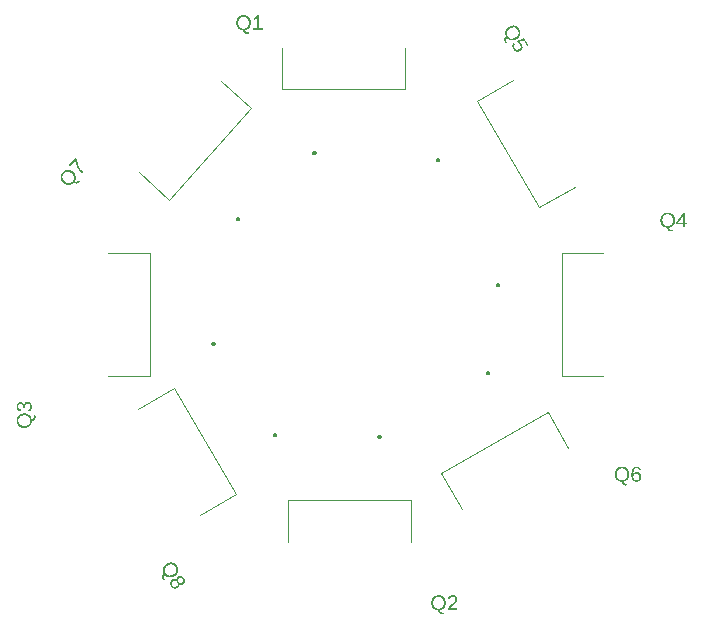
<source format=gbr>
G04 EAGLE Gerber RS-274X export*
G75*
%MOMM*%
%FSLAX34Y34*%
%LPD*%
%INSilkscreen Top*%
%IPPOS*%
%AMOC8*
5,1,8,0,0,1.08239X$1,22.5*%
G01*
G04 Define Apertures*
%ADD10C,0.100000*%
%ADD11C,0.200000*%
G36*
X-86960Y218310D02*
X-87283Y218322D01*
X-87592Y218357D01*
X-87886Y218416D01*
X-88165Y218498D01*
X-88430Y218603D01*
X-88680Y218732D01*
X-88915Y218884D01*
X-89136Y219059D01*
X-89345Y219262D01*
X-89544Y219496D01*
X-89733Y219762D01*
X-89912Y220059D01*
X-90082Y220387D01*
X-90242Y220747D01*
X-90393Y221138D01*
X-90533Y221560D01*
X-90959Y221593D01*
X-91370Y221648D01*
X-91767Y221725D01*
X-92148Y221824D01*
X-92514Y221945D01*
X-92866Y222088D01*
X-93203Y222253D01*
X-93524Y222440D01*
X-93829Y222648D01*
X-94115Y222875D01*
X-94383Y223122D01*
X-94632Y223388D01*
X-94863Y223674D01*
X-95074Y223979D01*
X-95268Y224303D01*
X-95442Y224647D01*
X-95597Y225008D01*
X-95732Y225383D01*
X-95845Y225772D01*
X-95938Y226175D01*
X-96011Y226592D01*
X-96062Y227023D01*
X-96093Y227468D01*
X-96104Y227927D01*
X-96097Y228292D01*
X-96078Y228647D01*
X-96047Y228992D01*
X-96002Y229327D01*
X-95945Y229651D01*
X-95876Y229966D01*
X-95793Y230270D01*
X-95698Y230565D01*
X-95591Y230849D01*
X-95471Y231123D01*
X-95338Y231387D01*
X-95192Y231641D01*
X-94863Y232119D01*
X-94483Y232556D01*
X-94058Y232947D01*
X-93831Y233123D01*
X-93594Y233286D01*
X-93347Y233436D01*
X-93089Y233573D01*
X-92822Y233697D01*
X-92545Y233808D01*
X-92259Y233905D01*
X-91962Y233990D01*
X-91655Y234062D01*
X-91338Y234120D01*
X-91012Y234166D01*
X-90675Y234199D01*
X-90329Y234218D01*
X-89973Y234225D01*
X-89510Y234213D01*
X-89062Y234178D01*
X-88630Y234119D01*
X-88214Y234038D01*
X-87814Y233932D01*
X-87429Y233803D01*
X-87059Y233651D01*
X-86706Y233476D01*
X-86370Y233278D01*
X-86055Y233059D01*
X-85760Y232819D01*
X-85485Y232557D01*
X-85231Y232275D01*
X-84997Y231971D01*
X-84784Y231646D01*
X-84590Y231299D01*
X-84419Y230934D01*
X-84271Y230553D01*
X-84145Y230156D01*
X-84042Y229743D01*
X-83962Y229313D01*
X-83905Y228867D01*
X-83871Y228405D01*
X-83859Y227927D01*
X-83880Y227289D01*
X-83941Y226680D01*
X-84044Y226100D01*
X-84188Y225549D01*
X-84372Y225027D01*
X-84598Y224534D01*
X-84865Y224071D01*
X-85173Y223636D01*
X-85517Y223237D01*
X-85894Y222881D01*
X-86302Y222568D01*
X-86743Y222298D01*
X-87215Y222071D01*
X-87720Y221887D01*
X-88257Y221746D01*
X-88825Y221647D01*
X-88632Y221134D01*
X-88410Y220697D01*
X-88289Y220508D01*
X-88161Y220337D01*
X-88026Y220186D01*
X-87884Y220053D01*
X-87733Y219938D01*
X-87573Y219839D01*
X-87403Y219755D01*
X-87224Y219686D01*
X-87034Y219632D01*
X-86835Y219594D01*
X-86626Y219571D01*
X-86408Y219563D01*
X-86164Y219570D01*
X-85915Y219591D01*
X-85401Y219677D01*
X-85401Y218503D01*
X-85804Y218419D01*
X-86198Y218359D01*
X-86583Y218323D01*
X-86960Y218310D01*
G37*
%LPC*%
G36*
X-89990Y222882D02*
X-89471Y222903D01*
X-88984Y222965D01*
X-88527Y223068D01*
X-88102Y223212D01*
X-87707Y223397D01*
X-87344Y223624D01*
X-87011Y223892D01*
X-86710Y224201D01*
X-86442Y224547D01*
X-86210Y224928D01*
X-86014Y225343D01*
X-85853Y225791D01*
X-85728Y226274D01*
X-85638Y226791D01*
X-85585Y227342D01*
X-85567Y227927D01*
X-85585Y228488D01*
X-85639Y229017D01*
X-85729Y229516D01*
X-85855Y229983D01*
X-86017Y230420D01*
X-86215Y230826D01*
X-86449Y231201D01*
X-86719Y231545D01*
X-87022Y231853D01*
X-87354Y232119D01*
X-87716Y232345D01*
X-88108Y232530D01*
X-88530Y232674D01*
X-88981Y232776D01*
X-89462Y232838D01*
X-89973Y232858D01*
X-90487Y232838D01*
X-90972Y232777D01*
X-91427Y232676D01*
X-91851Y232534D01*
X-92246Y232352D01*
X-92610Y232129D01*
X-92944Y231866D01*
X-93248Y231562D01*
X-93519Y231222D01*
X-93754Y230849D01*
X-93953Y230443D01*
X-94115Y230005D01*
X-94242Y229535D01*
X-94332Y229031D01*
X-94386Y228496D01*
X-94404Y227927D01*
X-94386Y227362D01*
X-94331Y226827D01*
X-94240Y226321D01*
X-94112Y225846D01*
X-93948Y225401D01*
X-93747Y224985D01*
X-93509Y224600D01*
X-93235Y224244D01*
X-92929Y223925D01*
X-92594Y223649D01*
X-92231Y223414D01*
X-91839Y223223D01*
X-91419Y223074D01*
X-90971Y222968D01*
X-90495Y222904D01*
X-89990Y222882D01*
G37*
%LPD*%
G36*
X-73916Y221700D02*
X-81649Y221700D01*
X-81649Y223040D01*
X-78505Y223040D01*
X-78505Y232534D01*
X-81290Y230546D01*
X-81290Y232035D01*
X-78374Y234041D01*
X-76920Y234041D01*
X-76920Y223040D01*
X-73916Y223040D01*
X-73916Y221700D01*
G37*
G36*
X78040Y-272790D02*
X77717Y-272778D01*
X77408Y-272743D01*
X77114Y-272684D01*
X76835Y-272602D01*
X76570Y-272497D01*
X76320Y-272368D01*
X76085Y-272216D01*
X75864Y-272041D01*
X75655Y-271838D01*
X75456Y-271604D01*
X75267Y-271338D01*
X75088Y-271041D01*
X74918Y-270713D01*
X74758Y-270353D01*
X74608Y-269962D01*
X74467Y-269540D01*
X74041Y-269507D01*
X73630Y-269452D01*
X73233Y-269375D01*
X72852Y-269276D01*
X72486Y-269155D01*
X72134Y-269012D01*
X71798Y-268847D01*
X71476Y-268660D01*
X71171Y-268452D01*
X70885Y-268225D01*
X70617Y-267978D01*
X70368Y-267712D01*
X70137Y-267426D01*
X69926Y-267121D01*
X69732Y-266797D01*
X69558Y-266453D01*
X69403Y-266092D01*
X69268Y-265717D01*
X69155Y-265328D01*
X69062Y-264926D01*
X68989Y-264508D01*
X68938Y-264077D01*
X68907Y-263632D01*
X68896Y-263173D01*
X68903Y-262808D01*
X68922Y-262453D01*
X68953Y-262108D01*
X68998Y-261773D01*
X69055Y-261449D01*
X69124Y-261134D01*
X69207Y-260830D01*
X69302Y-260535D01*
X69409Y-260251D01*
X69529Y-259977D01*
X69662Y-259713D01*
X69808Y-259459D01*
X70137Y-258981D01*
X70517Y-258544D01*
X70942Y-258153D01*
X71169Y-257977D01*
X71406Y-257814D01*
X71654Y-257664D01*
X71911Y-257527D01*
X72178Y-257403D01*
X72455Y-257292D01*
X72741Y-257195D01*
X73038Y-257110D01*
X73345Y-257038D01*
X73662Y-256980D01*
X73988Y-256934D01*
X74325Y-256901D01*
X74671Y-256882D01*
X75027Y-256875D01*
X75490Y-256887D01*
X75938Y-256922D01*
X76370Y-256981D01*
X76786Y-257063D01*
X77186Y-257168D01*
X77571Y-257297D01*
X77941Y-257449D01*
X78294Y-257624D01*
X78630Y-257822D01*
X78946Y-258041D01*
X79241Y-258281D01*
X79515Y-258543D01*
X79769Y-258825D01*
X80003Y-259129D01*
X80217Y-259454D01*
X80410Y-259801D01*
X80581Y-260166D01*
X80730Y-260547D01*
X80855Y-260944D01*
X80958Y-261357D01*
X81038Y-261787D01*
X81095Y-262233D01*
X81129Y-262695D01*
X81141Y-263173D01*
X81120Y-263811D01*
X81059Y-264420D01*
X80956Y-265000D01*
X80812Y-265551D01*
X80628Y-266073D01*
X80402Y-266566D01*
X80135Y-267029D01*
X79827Y-267464D01*
X79483Y-267863D01*
X79106Y-268219D01*
X78698Y-268532D01*
X78257Y-268802D01*
X77785Y-269029D01*
X77280Y-269213D01*
X76743Y-269354D01*
X76175Y-269453D01*
X76368Y-269966D01*
X76590Y-270403D01*
X76711Y-270593D01*
X76839Y-270763D01*
X76974Y-270914D01*
X77116Y-271047D01*
X77267Y-271162D01*
X77427Y-271261D01*
X77597Y-271345D01*
X77777Y-271414D01*
X77966Y-271468D01*
X78165Y-271506D01*
X78374Y-271529D01*
X78592Y-271537D01*
X78836Y-271530D01*
X79085Y-271509D01*
X79599Y-271423D01*
X79599Y-272597D01*
X79197Y-272681D01*
X78802Y-272741D01*
X78417Y-272778D01*
X78040Y-272790D01*
G37*
%LPC*%
G36*
X75010Y-268218D02*
X75529Y-268197D01*
X76016Y-268135D01*
X76473Y-268032D01*
X76898Y-267888D01*
X77293Y-267703D01*
X77656Y-267476D01*
X77989Y-267208D01*
X78290Y-266899D01*
X78558Y-266553D01*
X78790Y-266172D01*
X78987Y-265758D01*
X79147Y-265309D01*
X79272Y-264826D01*
X79362Y-264309D01*
X79415Y-263758D01*
X79433Y-263173D01*
X79415Y-262612D01*
X79361Y-262083D01*
X79271Y-261584D01*
X79145Y-261117D01*
X78983Y-260680D01*
X78785Y-260274D01*
X78551Y-259899D01*
X78281Y-259555D01*
X77978Y-259248D01*
X77646Y-258981D01*
X77284Y-258755D01*
X76892Y-258570D01*
X76470Y-258426D01*
X76019Y-258324D01*
X75538Y-258262D01*
X75027Y-258242D01*
X74513Y-258262D01*
X74028Y-258323D01*
X73573Y-258424D01*
X73149Y-258566D01*
X72754Y-258748D01*
X72390Y-258971D01*
X72056Y-259234D01*
X71752Y-259538D01*
X71481Y-259878D01*
X71246Y-260251D01*
X71047Y-260657D01*
X70885Y-261095D01*
X70758Y-261565D01*
X70668Y-262069D01*
X70614Y-262604D01*
X70596Y-263173D01*
X70614Y-263738D01*
X70669Y-264273D01*
X70760Y-264779D01*
X70888Y-265254D01*
X71052Y-265699D01*
X71253Y-266115D01*
X71491Y-266500D01*
X71765Y-266856D01*
X72071Y-267175D01*
X72406Y-267452D01*
X72769Y-267686D01*
X73161Y-267877D01*
X73581Y-268026D01*
X74029Y-268133D01*
X74505Y-268196D01*
X75010Y-268218D01*
G37*
%LPD*%
G36*
X91058Y-269400D02*
X82887Y-269400D01*
X82887Y-268288D01*
X83122Y-267790D01*
X83382Y-267323D01*
X83667Y-266886D01*
X83977Y-266479D01*
X84303Y-266096D01*
X84637Y-265732D01*
X84980Y-265387D01*
X85330Y-265060D01*
X86036Y-264448D01*
X86736Y-263882D01*
X87398Y-263339D01*
X87993Y-262796D01*
X88260Y-262521D01*
X88500Y-262240D01*
X88713Y-261952D01*
X88899Y-261657D01*
X89051Y-261350D01*
X89159Y-261022D01*
X89224Y-260675D01*
X89245Y-260309D01*
X89236Y-260062D01*
X89208Y-259829D01*
X89161Y-259611D01*
X89096Y-259407D01*
X89013Y-259217D01*
X88910Y-259041D01*
X88789Y-258879D01*
X88650Y-258732D01*
X88493Y-258601D01*
X88323Y-258487D01*
X88138Y-258391D01*
X87938Y-258312D01*
X87724Y-258250D01*
X87495Y-258207D01*
X87252Y-258180D01*
X86994Y-258172D01*
X86748Y-258180D01*
X86513Y-258206D01*
X86289Y-258249D01*
X86076Y-258308D01*
X85874Y-258385D01*
X85683Y-258479D01*
X85503Y-258591D01*
X85335Y-258719D01*
X85180Y-258863D01*
X85042Y-259020D01*
X84921Y-259192D01*
X84817Y-259377D01*
X84729Y-259576D01*
X84659Y-259789D01*
X84605Y-260016D01*
X84568Y-260256D01*
X82957Y-260107D01*
X83015Y-259747D01*
X83101Y-259405D01*
X83215Y-259082D01*
X83358Y-258778D01*
X83530Y-258493D01*
X83729Y-258227D01*
X83957Y-257980D01*
X84213Y-257751D01*
X84493Y-257546D01*
X84793Y-257368D01*
X85112Y-257217D01*
X85449Y-257094D01*
X85807Y-256998D01*
X86183Y-256930D01*
X86579Y-256889D01*
X86994Y-256875D01*
X87447Y-256889D01*
X87873Y-256930D01*
X88272Y-256999D01*
X88644Y-257095D01*
X88989Y-257219D01*
X89307Y-257370D01*
X89598Y-257549D01*
X89863Y-257756D01*
X90098Y-257987D01*
X90301Y-258242D01*
X90474Y-258520D01*
X90615Y-258821D01*
X90725Y-259145D01*
X90803Y-259492D01*
X90850Y-259863D01*
X90866Y-260256D01*
X90845Y-260615D01*
X90783Y-260972D01*
X90681Y-261328D01*
X90537Y-261684D01*
X90353Y-262038D01*
X90129Y-262393D01*
X89865Y-262748D01*
X89561Y-263103D01*
X89163Y-263506D01*
X88617Y-264007D01*
X87923Y-264605D01*
X87082Y-265301D01*
X86604Y-265703D01*
X86178Y-266084D01*
X85803Y-266445D01*
X85479Y-266786D01*
X85202Y-267113D01*
X84967Y-267435D01*
X84773Y-267750D01*
X84621Y-268060D01*
X91058Y-268060D01*
X91058Y-269400D01*
G37*
G36*
X-275737Y-115154D02*
X-276102Y-115147D01*
X-276457Y-115128D01*
X-276802Y-115097D01*
X-277137Y-115052D01*
X-277461Y-114995D01*
X-277776Y-114926D01*
X-278080Y-114843D01*
X-278375Y-114748D01*
X-278659Y-114641D01*
X-278933Y-114521D01*
X-279197Y-114388D01*
X-279451Y-114242D01*
X-279929Y-113913D01*
X-280366Y-113533D01*
X-280757Y-113108D01*
X-280933Y-112881D01*
X-281096Y-112644D01*
X-281246Y-112397D01*
X-281383Y-112139D01*
X-281507Y-111872D01*
X-281618Y-111595D01*
X-281715Y-111309D01*
X-281800Y-111012D01*
X-281872Y-110705D01*
X-281930Y-110388D01*
X-281976Y-110062D01*
X-282009Y-109725D01*
X-282028Y-109379D01*
X-282035Y-109023D01*
X-282023Y-108560D01*
X-281988Y-108112D01*
X-281929Y-107680D01*
X-281848Y-107264D01*
X-281742Y-106864D01*
X-281613Y-106479D01*
X-281461Y-106109D01*
X-281286Y-105756D01*
X-281088Y-105420D01*
X-280869Y-105105D01*
X-280629Y-104810D01*
X-280367Y-104535D01*
X-280085Y-104281D01*
X-279781Y-104047D01*
X-279456Y-103834D01*
X-279109Y-103640D01*
X-278744Y-103469D01*
X-278363Y-103321D01*
X-277966Y-103195D01*
X-277553Y-103092D01*
X-277123Y-103012D01*
X-276677Y-102955D01*
X-276215Y-102921D01*
X-275737Y-102909D01*
X-275099Y-102930D01*
X-274490Y-102991D01*
X-273910Y-103094D01*
X-273359Y-103238D01*
X-272837Y-103422D01*
X-272344Y-103648D01*
X-271881Y-103915D01*
X-271446Y-104223D01*
X-271047Y-104567D01*
X-270691Y-104944D01*
X-270378Y-105352D01*
X-270108Y-105793D01*
X-269881Y-106265D01*
X-269697Y-106770D01*
X-269556Y-107307D01*
X-269457Y-107875D01*
X-268944Y-107682D01*
X-268507Y-107460D01*
X-268318Y-107339D01*
X-268147Y-107211D01*
X-267996Y-107076D01*
X-267863Y-106934D01*
X-267748Y-106783D01*
X-267649Y-106623D01*
X-267565Y-106453D01*
X-267496Y-106274D01*
X-267442Y-106084D01*
X-267404Y-105885D01*
X-267381Y-105676D01*
X-267373Y-105458D01*
X-267380Y-105214D01*
X-267401Y-104965D01*
X-267487Y-104451D01*
X-266313Y-104451D01*
X-266229Y-104854D01*
X-266169Y-105248D01*
X-266133Y-105633D01*
X-266120Y-106010D01*
X-266132Y-106333D01*
X-266167Y-106642D01*
X-266226Y-106936D01*
X-266308Y-107215D01*
X-266413Y-107480D01*
X-266542Y-107730D01*
X-266694Y-107965D01*
X-266869Y-108186D01*
X-267072Y-108395D01*
X-267306Y-108594D01*
X-267572Y-108783D01*
X-267869Y-108962D01*
X-268197Y-109132D01*
X-268557Y-109292D01*
X-268948Y-109443D01*
X-269370Y-109583D01*
X-269403Y-110009D01*
X-269458Y-110420D01*
X-269535Y-110817D01*
X-269634Y-111198D01*
X-269755Y-111564D01*
X-269898Y-111916D01*
X-270063Y-112253D01*
X-270250Y-112574D01*
X-270458Y-112879D01*
X-270685Y-113165D01*
X-270932Y-113433D01*
X-271198Y-113682D01*
X-271484Y-113913D01*
X-271789Y-114124D01*
X-272113Y-114318D01*
X-272457Y-114492D01*
X-272818Y-114647D01*
X-273193Y-114782D01*
X-273582Y-114895D01*
X-273985Y-114988D01*
X-274402Y-115061D01*
X-274833Y-115112D01*
X-275278Y-115143D01*
X-275737Y-115154D01*
G37*
%LPC*%
G36*
X-275737Y-113454D02*
X-275172Y-113436D01*
X-274637Y-113381D01*
X-274131Y-113290D01*
X-273656Y-113162D01*
X-273211Y-112998D01*
X-272795Y-112797D01*
X-272410Y-112559D01*
X-272054Y-112285D01*
X-271735Y-111979D01*
X-271459Y-111644D01*
X-271224Y-111281D01*
X-271033Y-110889D01*
X-270884Y-110469D01*
X-270778Y-110021D01*
X-270714Y-109545D01*
X-270692Y-109040D01*
X-270713Y-108521D01*
X-270775Y-108034D01*
X-270878Y-107577D01*
X-271022Y-107152D01*
X-271207Y-106757D01*
X-271434Y-106394D01*
X-271702Y-106061D01*
X-272011Y-105760D01*
X-272357Y-105492D01*
X-272738Y-105260D01*
X-273153Y-105064D01*
X-273601Y-104903D01*
X-274084Y-104778D01*
X-274601Y-104688D01*
X-275152Y-104635D01*
X-275737Y-104617D01*
X-276298Y-104635D01*
X-276827Y-104689D01*
X-277326Y-104779D01*
X-277793Y-104905D01*
X-278230Y-105067D01*
X-278636Y-105265D01*
X-279011Y-105499D01*
X-279355Y-105769D01*
X-279663Y-106072D01*
X-279929Y-106404D01*
X-280155Y-106766D01*
X-280340Y-107158D01*
X-280484Y-107580D01*
X-280586Y-108031D01*
X-280648Y-108512D01*
X-280668Y-109023D01*
X-280648Y-109537D01*
X-280587Y-110022D01*
X-280486Y-110477D01*
X-280344Y-110901D01*
X-280162Y-111296D01*
X-279939Y-111660D01*
X-279676Y-111994D01*
X-279372Y-112298D01*
X-279032Y-112569D01*
X-278659Y-112804D01*
X-278253Y-113003D01*
X-277815Y-113165D01*
X-277345Y-113292D01*
X-276841Y-113382D01*
X-276306Y-113436D01*
X-275737Y-113454D01*
G37*
%LPD*%
G36*
X-272681Y-101382D02*
X-272829Y-99753D01*
X-272564Y-99706D01*
X-272316Y-99642D01*
X-272085Y-99563D01*
X-271872Y-99467D01*
X-271675Y-99355D01*
X-271495Y-99227D01*
X-271333Y-99084D01*
X-271187Y-98924D01*
X-271059Y-98747D01*
X-270948Y-98555D01*
X-270854Y-98347D01*
X-270777Y-98123D01*
X-270717Y-97882D01*
X-270674Y-97626D01*
X-270648Y-97353D01*
X-270640Y-97065D01*
X-270649Y-96775D01*
X-270677Y-96501D01*
X-270722Y-96243D01*
X-270787Y-96001D01*
X-270869Y-95776D01*
X-270970Y-95566D01*
X-271089Y-95372D01*
X-271227Y-95195D01*
X-271382Y-95035D01*
X-271556Y-94898D01*
X-271747Y-94781D01*
X-271956Y-94685D01*
X-272183Y-94611D01*
X-272427Y-94558D01*
X-272689Y-94526D01*
X-272970Y-94516D01*
X-273215Y-94528D01*
X-273446Y-94564D01*
X-273663Y-94625D01*
X-273866Y-94710D01*
X-274056Y-94819D01*
X-274232Y-94952D01*
X-274394Y-95109D01*
X-274542Y-95291D01*
X-274674Y-95495D01*
X-274789Y-95721D01*
X-274886Y-95969D01*
X-274965Y-96238D01*
X-275027Y-96528D01*
X-275071Y-96840D01*
X-275098Y-97174D01*
X-275107Y-97529D01*
X-275107Y-98422D01*
X-276473Y-98422D01*
X-276473Y-97564D01*
X-276482Y-97249D01*
X-276508Y-96952D01*
X-276552Y-96673D01*
X-276614Y-96413D01*
X-276694Y-96171D01*
X-276791Y-95947D01*
X-276906Y-95741D01*
X-277038Y-95554D01*
X-277186Y-95386D01*
X-277348Y-95241D01*
X-277523Y-95119D01*
X-277711Y-95018D01*
X-277913Y-94940D01*
X-278129Y-94884D01*
X-278359Y-94851D01*
X-278601Y-94840D01*
X-278842Y-94849D01*
X-279070Y-94876D01*
X-279285Y-94922D01*
X-279487Y-94985D01*
X-279676Y-95067D01*
X-279852Y-95167D01*
X-280015Y-95286D01*
X-280165Y-95422D01*
X-280299Y-95577D01*
X-280416Y-95749D01*
X-280514Y-95939D01*
X-280595Y-96146D01*
X-280658Y-96371D01*
X-280703Y-96614D01*
X-280729Y-96874D01*
X-280738Y-97152D01*
X-280730Y-97406D01*
X-280705Y-97648D01*
X-280663Y-97878D01*
X-280605Y-98095D01*
X-280530Y-98299D01*
X-280438Y-98491D01*
X-280329Y-98671D01*
X-280204Y-98838D01*
X-280064Y-98991D01*
X-279910Y-99126D01*
X-279742Y-99245D01*
X-279560Y-99347D01*
X-279365Y-99432D01*
X-279156Y-99501D01*
X-278934Y-99552D01*
X-278698Y-99587D01*
X-278820Y-101172D01*
X-279189Y-101114D01*
X-279536Y-101028D01*
X-279863Y-100913D01*
X-280169Y-100770D01*
X-280454Y-100599D01*
X-280719Y-100400D01*
X-280962Y-100172D01*
X-281185Y-99915D01*
X-281384Y-99635D01*
X-281557Y-99336D01*
X-281703Y-99017D01*
X-281822Y-98679D01*
X-281915Y-98322D01*
X-281982Y-97946D01*
X-282021Y-97550D01*
X-282035Y-97135D01*
X-282021Y-96683D01*
X-281981Y-96258D01*
X-281913Y-95858D01*
X-281819Y-95485D01*
X-281698Y-95137D01*
X-281549Y-94815D01*
X-281374Y-94519D01*
X-281172Y-94249D01*
X-280946Y-94007D01*
X-280698Y-93798D01*
X-280430Y-93622D01*
X-280140Y-93477D01*
X-279828Y-93364D01*
X-279496Y-93284D01*
X-279143Y-93236D01*
X-278768Y-93220D01*
X-278479Y-93230D01*
X-278204Y-93261D01*
X-277943Y-93313D01*
X-277696Y-93385D01*
X-277463Y-93478D01*
X-277243Y-93591D01*
X-277037Y-93726D01*
X-276845Y-93881D01*
X-276668Y-94055D01*
X-276505Y-94249D01*
X-276357Y-94461D01*
X-276225Y-94692D01*
X-276107Y-94942D01*
X-276004Y-95210D01*
X-275916Y-95497D01*
X-275842Y-95803D01*
X-275807Y-95803D01*
X-275760Y-95467D01*
X-275694Y-95150D01*
X-275607Y-94852D01*
X-275501Y-94573D01*
X-275375Y-94313D01*
X-275229Y-94072D01*
X-275064Y-93851D01*
X-274879Y-93649D01*
X-274678Y-93468D01*
X-274464Y-93311D01*
X-274238Y-93179D01*
X-273999Y-93071D01*
X-273747Y-92986D01*
X-273483Y-92926D01*
X-273206Y-92890D01*
X-272917Y-92878D01*
X-272502Y-92895D01*
X-272111Y-92946D01*
X-271745Y-93031D01*
X-271402Y-93149D01*
X-271083Y-93302D01*
X-270789Y-93489D01*
X-270518Y-93709D01*
X-270272Y-93964D01*
X-270052Y-94250D01*
X-269862Y-94565D01*
X-269701Y-94909D01*
X-269569Y-95282D01*
X-269467Y-95684D01*
X-269393Y-96115D01*
X-269350Y-96575D01*
X-269335Y-97065D01*
X-269348Y-97521D01*
X-269388Y-97954D01*
X-269454Y-98364D01*
X-269546Y-98749D01*
X-269665Y-99111D01*
X-269810Y-99450D01*
X-269982Y-99765D01*
X-270180Y-100056D01*
X-270404Y-100321D01*
X-270653Y-100557D01*
X-270928Y-100766D01*
X-271228Y-100946D01*
X-271553Y-101097D01*
X-271904Y-101221D01*
X-272279Y-101316D01*
X-272681Y-101382D01*
G37*
G36*
X272090Y51120D02*
X271767Y51132D01*
X271458Y51167D01*
X271164Y51226D01*
X270885Y51308D01*
X270620Y51413D01*
X270370Y51542D01*
X270135Y51694D01*
X269914Y51869D01*
X269705Y52072D01*
X269506Y52306D01*
X269317Y52572D01*
X269138Y52869D01*
X268968Y53197D01*
X268808Y53557D01*
X268658Y53948D01*
X268517Y54370D01*
X268091Y54403D01*
X267680Y54458D01*
X267283Y54535D01*
X266902Y54634D01*
X266536Y54755D01*
X266184Y54898D01*
X265848Y55063D01*
X265526Y55250D01*
X265221Y55458D01*
X264935Y55685D01*
X264667Y55932D01*
X264418Y56198D01*
X264187Y56484D01*
X263976Y56789D01*
X263782Y57113D01*
X263608Y57457D01*
X263453Y57818D01*
X263318Y58193D01*
X263205Y58582D01*
X263112Y58985D01*
X263039Y59402D01*
X262988Y59833D01*
X262957Y60278D01*
X262946Y60737D01*
X262953Y61102D01*
X262972Y61457D01*
X263003Y61802D01*
X263048Y62137D01*
X263105Y62461D01*
X263174Y62776D01*
X263257Y63080D01*
X263352Y63375D01*
X263459Y63659D01*
X263579Y63933D01*
X263712Y64197D01*
X263858Y64451D01*
X264187Y64929D01*
X264567Y65366D01*
X264992Y65757D01*
X265219Y65933D01*
X265456Y66096D01*
X265704Y66246D01*
X265961Y66383D01*
X266228Y66507D01*
X266505Y66618D01*
X266791Y66715D01*
X267088Y66800D01*
X267395Y66872D01*
X267712Y66930D01*
X268038Y66976D01*
X268375Y67009D01*
X268721Y67028D01*
X269077Y67035D01*
X269540Y67023D01*
X269988Y66988D01*
X270420Y66929D01*
X270836Y66848D01*
X271236Y66742D01*
X271621Y66613D01*
X271991Y66461D01*
X272344Y66286D01*
X272680Y66088D01*
X272996Y65869D01*
X273291Y65629D01*
X273565Y65367D01*
X273819Y65085D01*
X274053Y64781D01*
X274267Y64456D01*
X274460Y64109D01*
X274631Y63744D01*
X274780Y63363D01*
X274905Y62966D01*
X275008Y62553D01*
X275088Y62123D01*
X275145Y61677D01*
X275179Y61215D01*
X275191Y60737D01*
X275170Y60099D01*
X275109Y59490D01*
X275006Y58910D01*
X274862Y58359D01*
X274678Y57837D01*
X274452Y57344D01*
X274185Y56881D01*
X273877Y56446D01*
X273533Y56047D01*
X273156Y55691D01*
X272748Y55378D01*
X272307Y55108D01*
X271835Y54881D01*
X271330Y54697D01*
X270793Y54556D01*
X270225Y54457D01*
X270418Y53944D01*
X270640Y53507D01*
X270761Y53318D01*
X270889Y53147D01*
X271024Y52996D01*
X271166Y52863D01*
X271317Y52748D01*
X271477Y52649D01*
X271647Y52565D01*
X271827Y52496D01*
X272016Y52442D01*
X272215Y52404D01*
X272424Y52381D01*
X272642Y52373D01*
X272886Y52380D01*
X273135Y52401D01*
X273649Y52487D01*
X273649Y51313D01*
X273247Y51229D01*
X272852Y51169D01*
X272467Y51133D01*
X272090Y51120D01*
G37*
%LPC*%
G36*
X269060Y55692D02*
X269579Y55713D01*
X270066Y55775D01*
X270523Y55878D01*
X270948Y56022D01*
X271343Y56207D01*
X271706Y56434D01*
X272039Y56702D01*
X272340Y57011D01*
X272608Y57357D01*
X272840Y57738D01*
X273037Y58153D01*
X273197Y58601D01*
X273322Y59084D01*
X273412Y59601D01*
X273465Y60152D01*
X273483Y60737D01*
X273465Y61298D01*
X273411Y61827D01*
X273321Y62326D01*
X273195Y62793D01*
X273033Y63230D01*
X272835Y63636D01*
X272601Y64011D01*
X272331Y64355D01*
X272028Y64663D01*
X271696Y64929D01*
X271334Y65155D01*
X270942Y65340D01*
X270520Y65484D01*
X270069Y65586D01*
X269588Y65648D01*
X269077Y65668D01*
X268563Y65648D01*
X268078Y65587D01*
X267623Y65486D01*
X267199Y65344D01*
X266804Y65162D01*
X266440Y64939D01*
X266106Y64676D01*
X265802Y64372D01*
X265531Y64032D01*
X265296Y63659D01*
X265097Y63253D01*
X264935Y62815D01*
X264808Y62345D01*
X264718Y61841D01*
X264664Y61306D01*
X264646Y60737D01*
X264664Y60172D01*
X264719Y59637D01*
X264810Y59131D01*
X264938Y58656D01*
X265102Y58211D01*
X265303Y57795D01*
X265541Y57410D01*
X265815Y57054D01*
X266121Y56735D01*
X266456Y56459D01*
X266819Y56224D01*
X267211Y56033D01*
X267631Y55884D01*
X268079Y55778D01*
X268555Y55714D01*
X269060Y55692D01*
G37*
%LPD*%
G36*
X283751Y54510D02*
X282262Y54510D01*
X282262Y57304D01*
X276446Y57304D01*
X276446Y58530D01*
X282095Y66851D01*
X283751Y66851D01*
X283751Y58548D01*
X285485Y58548D01*
X285485Y57304D01*
X283751Y57304D01*
X283751Y54510D01*
G37*
%LPC*%
G36*
X282262Y58548D02*
X282262Y65073D01*
X282016Y64609D01*
X281675Y64031D01*
X278513Y59371D01*
X278040Y58723D01*
X277900Y58548D01*
X282262Y58548D01*
G37*
%LPD*%
G36*
X132123Y210499D02*
X131848Y210805D01*
X131599Y211117D01*
X131375Y211432D01*
X131176Y211752D01*
X131025Y212038D01*
X130901Y212323D01*
X130804Y212607D01*
X130736Y212890D01*
X130694Y213172D01*
X130681Y213453D01*
X130695Y213733D01*
X130736Y214012D01*
X130808Y214294D01*
X130911Y214583D01*
X131047Y214880D01*
X131214Y215184D01*
X131413Y215495D01*
X131645Y215813D01*
X131908Y216139D01*
X132203Y216472D01*
X132019Y216857D01*
X131861Y217241D01*
X131729Y217622D01*
X131624Y218002D01*
X131546Y218380D01*
X131494Y218756D01*
X131469Y219130D01*
X131470Y219502D01*
X131498Y219870D01*
X131551Y220232D01*
X131631Y220587D01*
X131737Y220936D01*
X131869Y221278D01*
X132028Y221614D01*
X132212Y221944D01*
X132423Y222267D01*
X132657Y222581D01*
X132915Y222885D01*
X133195Y223178D01*
X133497Y223460D01*
X133822Y223731D01*
X134170Y223992D01*
X134540Y224241D01*
X134933Y224480D01*
X135252Y224657D01*
X135569Y224818D01*
X135883Y224963D01*
X136195Y225092D01*
X136505Y225205D01*
X136812Y225302D01*
X137117Y225383D01*
X137419Y225448D01*
X137719Y225496D01*
X138017Y225529D01*
X138312Y225546D01*
X138605Y225547D01*
X139183Y225501D01*
X139751Y225391D01*
X140303Y225218D01*
X140569Y225109D01*
X140828Y224985D01*
X141082Y224846D01*
X141329Y224692D01*
X141570Y224523D01*
X141804Y224338D01*
X142032Y224139D01*
X142254Y223924D01*
X142469Y223694D01*
X142679Y223449D01*
X142881Y223189D01*
X143078Y222914D01*
X143268Y222624D01*
X143452Y222319D01*
X143673Y221912D01*
X143866Y221507D01*
X144032Y221104D01*
X144169Y220702D01*
X144278Y220303D01*
X144359Y219905D01*
X144412Y219509D01*
X144437Y219115D01*
X144433Y218725D01*
X144401Y218343D01*
X144341Y217967D01*
X144252Y217599D01*
X144134Y217237D01*
X143988Y216883D01*
X143813Y216535D01*
X143609Y216195D01*
X143379Y215864D01*
X143123Y215545D01*
X142842Y215237D01*
X142535Y214942D01*
X142203Y214658D01*
X141846Y214385D01*
X141463Y214125D01*
X141055Y213876D01*
X140492Y213574D01*
X139934Y213323D01*
X139380Y213122D01*
X138831Y212971D01*
X138287Y212870D01*
X137747Y212819D01*
X137212Y212818D01*
X136681Y212868D01*
X136164Y212966D01*
X135667Y213114D01*
X135192Y213312D01*
X134738Y213558D01*
X134305Y213854D01*
X133893Y214199D01*
X133503Y214593D01*
X133133Y215036D01*
X132785Y214612D01*
X132518Y214202D01*
X132414Y214002D01*
X132330Y213806D01*
X132267Y213613D01*
X132224Y213424D01*
X132199Y213236D01*
X132193Y213048D01*
X132205Y212858D01*
X132235Y212668D01*
X132283Y212478D01*
X132350Y212286D01*
X132434Y212094D01*
X132537Y211901D01*
X132665Y211693D01*
X132808Y211488D01*
X133139Y211085D01*
X132123Y210499D01*
G37*
%LPC*%
G36*
X137282Y214412D02*
X137739Y214449D01*
X138208Y214534D01*
X138689Y214667D01*
X139181Y214849D01*
X139685Y215078D01*
X140201Y215355D01*
X140677Y215651D01*
X141109Y215962D01*
X141496Y216289D01*
X141837Y216632D01*
X142135Y216991D01*
X142387Y217365D01*
X142595Y217755D01*
X142758Y218161D01*
X142873Y218577D01*
X142938Y218998D01*
X142952Y219425D01*
X142916Y219857D01*
X142830Y220294D01*
X142693Y220736D01*
X142506Y221183D01*
X142269Y221636D01*
X141994Y222071D01*
X141699Y222461D01*
X141384Y222804D01*
X141049Y223101D01*
X140693Y223351D01*
X140318Y223555D01*
X139923Y223713D01*
X139508Y223824D01*
X139078Y223889D01*
X138637Y223906D01*
X138187Y223875D01*
X137726Y223797D01*
X137255Y223671D01*
X136774Y223498D01*
X136283Y223277D01*
X135782Y223008D01*
X135302Y222710D01*
X134866Y222395D01*
X134474Y222063D01*
X134126Y221714D01*
X133822Y221349D01*
X133563Y220967D01*
X133348Y220569D01*
X133177Y220154D01*
X133054Y219729D01*
X132982Y219301D01*
X132961Y218869D01*
X132991Y218434D01*
X133071Y217996D01*
X133203Y217555D01*
X133386Y217111D01*
X133620Y216663D01*
X133897Y216224D01*
X134195Y215832D01*
X134512Y215488D01*
X134850Y215192D01*
X135208Y214943D01*
X135586Y214742D01*
X135984Y214588D01*
X136402Y214481D01*
X136836Y214422D01*
X137282Y214412D01*
G37*
%LPD*%
G36*
X142117Y203389D02*
X141718Y203389D01*
X141324Y203433D01*
X140934Y203522D01*
X140554Y203654D01*
X140191Y203828D01*
X139844Y204044D01*
X139513Y204301D01*
X139199Y204601D01*
X138901Y204942D01*
X138619Y205325D01*
X138354Y205749D01*
X138153Y206120D01*
X137984Y206484D01*
X137845Y206842D01*
X137737Y207194D01*
X137660Y207539D01*
X137614Y207878D01*
X137598Y208211D01*
X137613Y208538D01*
X137659Y208856D01*
X137735Y209164D01*
X137842Y209461D01*
X137979Y209748D01*
X138147Y210024D01*
X138345Y210290D01*
X138573Y210545D01*
X138832Y210789D01*
X139788Y209500D01*
X139631Y209330D01*
X139491Y209157D01*
X139371Y208980D01*
X139268Y208799D01*
X139185Y208615D01*
X139120Y208428D01*
X139073Y208237D01*
X139045Y208042D01*
X139035Y207844D01*
X139044Y207643D01*
X139072Y207438D01*
X139117Y207230D01*
X139182Y207018D01*
X139265Y206803D01*
X139366Y206585D01*
X139486Y206363D01*
X139651Y206101D01*
X139828Y205867D01*
X140017Y205659D01*
X140218Y205478D01*
X140431Y205324D01*
X140657Y205197D01*
X140894Y205097D01*
X141144Y205024D01*
X141402Y204979D01*
X141664Y204961D01*
X141930Y204973D01*
X142201Y205013D01*
X142476Y205081D01*
X142756Y205177D01*
X143039Y205302D01*
X143327Y205455D01*
X143568Y205607D01*
X143785Y205772D01*
X143979Y205949D01*
X144149Y206138D01*
X144296Y206341D01*
X144420Y206555D01*
X144520Y206783D01*
X144597Y207023D01*
X144648Y207270D01*
X144672Y207520D01*
X144669Y207772D01*
X144639Y208027D01*
X144581Y208284D01*
X144496Y208543D01*
X144384Y208805D01*
X144244Y209069D01*
X144076Y209335D01*
X143892Y209579D01*
X143691Y209801D01*
X143474Y210000D01*
X143234Y210180D01*
X142963Y210342D01*
X142662Y210487D01*
X142331Y210614D01*
X141560Y211949D01*
X147515Y214912D01*
X151023Y208837D01*
X149863Y208167D01*
X147073Y212998D01*
X143564Y211246D01*
X143856Y211109D01*
X144135Y210947D01*
X144400Y210759D01*
X144651Y210546D01*
X144889Y210306D01*
X145113Y210041D01*
X145324Y209750D01*
X145521Y209433D01*
X145729Y209040D01*
X145896Y208650D01*
X146022Y208264D01*
X146108Y207882D01*
X146154Y207502D01*
X146159Y207126D01*
X146124Y206753D01*
X146048Y206384D01*
X145934Y206026D01*
X145787Y205687D01*
X145604Y205367D01*
X145388Y205066D01*
X145137Y204784D01*
X144851Y204522D01*
X144531Y204279D01*
X144176Y204054D01*
X143756Y203833D01*
X143340Y203655D01*
X142928Y203522D01*
X142520Y203433D01*
X142117Y203389D01*
G37*
G36*
X233494Y-163980D02*
X233171Y-163968D01*
X232862Y-163933D01*
X232568Y-163874D01*
X232289Y-163792D01*
X232024Y-163687D01*
X231774Y-163558D01*
X231539Y-163406D01*
X231318Y-163231D01*
X231109Y-163028D01*
X230910Y-162794D01*
X230721Y-162528D01*
X230542Y-162231D01*
X230372Y-161903D01*
X230212Y-161543D01*
X230062Y-161152D01*
X229921Y-160730D01*
X229495Y-160697D01*
X229084Y-160642D01*
X228687Y-160565D01*
X228306Y-160466D01*
X227940Y-160345D01*
X227588Y-160202D01*
X227252Y-160037D01*
X226930Y-159850D01*
X226625Y-159642D01*
X226339Y-159415D01*
X226071Y-159168D01*
X225822Y-158902D01*
X225591Y-158616D01*
X225380Y-158311D01*
X225186Y-157987D01*
X225012Y-157643D01*
X224857Y-157282D01*
X224722Y-156907D01*
X224609Y-156518D01*
X224516Y-156116D01*
X224443Y-155698D01*
X224392Y-155267D01*
X224361Y-154822D01*
X224350Y-154363D01*
X224357Y-153998D01*
X224376Y-153643D01*
X224407Y-153298D01*
X224452Y-152963D01*
X224509Y-152639D01*
X224578Y-152324D01*
X224661Y-152020D01*
X224756Y-151725D01*
X224863Y-151441D01*
X224983Y-151167D01*
X225116Y-150903D01*
X225262Y-150649D01*
X225591Y-150171D01*
X225971Y-149734D01*
X226396Y-149343D01*
X226623Y-149167D01*
X226860Y-149004D01*
X227108Y-148854D01*
X227365Y-148717D01*
X227632Y-148593D01*
X227909Y-148482D01*
X228195Y-148385D01*
X228492Y-148300D01*
X228799Y-148228D01*
X229116Y-148170D01*
X229442Y-148124D01*
X229779Y-148091D01*
X230125Y-148072D01*
X230481Y-148065D01*
X230944Y-148077D01*
X231392Y-148112D01*
X231824Y-148171D01*
X232240Y-148253D01*
X232640Y-148358D01*
X233025Y-148487D01*
X233395Y-148639D01*
X233748Y-148814D01*
X234084Y-149012D01*
X234400Y-149231D01*
X234695Y-149471D01*
X234969Y-149733D01*
X235223Y-150015D01*
X235457Y-150319D01*
X235671Y-150644D01*
X235864Y-150991D01*
X236035Y-151356D01*
X236184Y-151737D01*
X236309Y-152134D01*
X236412Y-152547D01*
X236492Y-152977D01*
X236549Y-153423D01*
X236583Y-153885D01*
X236595Y-154363D01*
X236574Y-155001D01*
X236513Y-155610D01*
X236410Y-156190D01*
X236266Y-156741D01*
X236082Y-157263D01*
X235856Y-157756D01*
X235589Y-158219D01*
X235281Y-158654D01*
X234937Y-159053D01*
X234560Y-159409D01*
X234152Y-159722D01*
X233711Y-159992D01*
X233239Y-160219D01*
X232734Y-160403D01*
X232197Y-160544D01*
X231629Y-160643D01*
X231822Y-161156D01*
X232044Y-161593D01*
X232165Y-161783D01*
X232293Y-161953D01*
X232428Y-162104D01*
X232570Y-162237D01*
X232721Y-162352D01*
X232881Y-162451D01*
X233051Y-162535D01*
X233231Y-162604D01*
X233420Y-162658D01*
X233619Y-162696D01*
X233828Y-162719D01*
X234046Y-162727D01*
X234290Y-162720D01*
X234539Y-162699D01*
X235053Y-162613D01*
X235053Y-163787D01*
X234651Y-163871D01*
X234256Y-163931D01*
X233871Y-163968D01*
X233494Y-163980D01*
G37*
%LPC*%
G36*
X230464Y-159408D02*
X230983Y-159387D01*
X231470Y-159325D01*
X231927Y-159222D01*
X232352Y-159078D01*
X232747Y-158893D01*
X233110Y-158666D01*
X233443Y-158398D01*
X233744Y-158089D01*
X234012Y-157743D01*
X234244Y-157362D01*
X234441Y-156948D01*
X234601Y-156499D01*
X234726Y-156016D01*
X234816Y-155499D01*
X234869Y-154948D01*
X234887Y-154363D01*
X234869Y-153802D01*
X234815Y-153273D01*
X234725Y-152774D01*
X234599Y-152307D01*
X234437Y-151870D01*
X234239Y-151464D01*
X234005Y-151089D01*
X233735Y-150745D01*
X233432Y-150438D01*
X233100Y-150171D01*
X232738Y-149945D01*
X232346Y-149760D01*
X231924Y-149616D01*
X231473Y-149514D01*
X230992Y-149452D01*
X230481Y-149432D01*
X229967Y-149452D01*
X229482Y-149513D01*
X229027Y-149614D01*
X228603Y-149756D01*
X228208Y-149938D01*
X227844Y-150161D01*
X227510Y-150424D01*
X227206Y-150728D01*
X226935Y-151068D01*
X226700Y-151441D01*
X226501Y-151847D01*
X226339Y-152285D01*
X226212Y-152755D01*
X226122Y-153259D01*
X226068Y-153794D01*
X226050Y-154363D01*
X226068Y-154928D01*
X226123Y-155463D01*
X226214Y-155969D01*
X226342Y-156444D01*
X226506Y-156889D01*
X226707Y-157305D01*
X226945Y-157690D01*
X227219Y-158046D01*
X227525Y-158365D01*
X227860Y-158642D01*
X228223Y-158876D01*
X228615Y-159067D01*
X229035Y-159216D01*
X229483Y-159323D01*
X229959Y-159386D01*
X230464Y-159408D01*
G37*
%LPD*%
G36*
X242641Y-160765D02*
X242384Y-160759D01*
X242135Y-160741D01*
X241660Y-160668D01*
X241215Y-160547D01*
X240802Y-160378D01*
X240418Y-160160D01*
X240066Y-159893D01*
X239744Y-159578D01*
X239453Y-159215D01*
X239194Y-158805D01*
X238970Y-158352D01*
X238780Y-157854D01*
X238625Y-157312D01*
X238504Y-156726D01*
X238418Y-156096D01*
X238367Y-155422D01*
X238349Y-154704D01*
X238367Y-153926D01*
X238421Y-153195D01*
X238511Y-152509D01*
X238636Y-151871D01*
X238797Y-151279D01*
X238995Y-150733D01*
X239228Y-150234D01*
X239497Y-149782D01*
X239799Y-149380D01*
X240131Y-149031D01*
X240494Y-148736D01*
X240887Y-148494D01*
X241311Y-148307D01*
X241534Y-148233D01*
X241765Y-148173D01*
X242003Y-148126D01*
X242249Y-148092D01*
X242502Y-148072D01*
X242764Y-148065D01*
X243105Y-148075D01*
X243430Y-148105D01*
X243739Y-148154D01*
X244031Y-148222D01*
X244308Y-148311D01*
X244568Y-148419D01*
X244813Y-148546D01*
X245041Y-148694D01*
X245253Y-148861D01*
X245449Y-149047D01*
X245628Y-149253D01*
X245792Y-149479D01*
X245939Y-149725D01*
X246070Y-149990D01*
X246186Y-150275D01*
X246285Y-150579D01*
X244778Y-150851D01*
X244645Y-150497D01*
X244477Y-150191D01*
X244275Y-149933D01*
X244038Y-149721D01*
X243767Y-149556D01*
X243461Y-149438D01*
X243121Y-149368D01*
X242746Y-149344D01*
X242418Y-149364D01*
X242110Y-149423D01*
X241820Y-149521D01*
X241549Y-149658D01*
X241298Y-149835D01*
X241065Y-150051D01*
X240852Y-150306D01*
X240657Y-150601D01*
X240484Y-150933D01*
X240333Y-151300D01*
X240206Y-151702D01*
X240102Y-152139D01*
X240021Y-152612D01*
X239963Y-153119D01*
X239929Y-153662D01*
X239917Y-154240D01*
X240154Y-153865D01*
X240434Y-153538D01*
X240758Y-153259D01*
X241126Y-153027D01*
X241530Y-152845D01*
X241962Y-152715D01*
X242189Y-152670D01*
X242423Y-152637D01*
X242664Y-152617D01*
X242912Y-152611D01*
X243328Y-152628D01*
X243722Y-152678D01*
X244094Y-152761D01*
X244444Y-152878D01*
X244772Y-153028D01*
X245078Y-153212D01*
X245362Y-153429D01*
X245623Y-153680D01*
X245858Y-153958D01*
X246062Y-154260D01*
X246234Y-154584D01*
X246375Y-154932D01*
X246485Y-155303D01*
X246563Y-155696D01*
X246610Y-156113D01*
X246626Y-156552D01*
X246610Y-157028D01*
X246560Y-157477D01*
X246477Y-157901D01*
X246361Y-158300D01*
X246212Y-158672D01*
X246030Y-159019D01*
X245815Y-159340D01*
X245566Y-159635D01*
X245289Y-159900D01*
X244986Y-160130D01*
X244658Y-160324D01*
X244305Y-160483D01*
X243927Y-160606D01*
X243523Y-160695D01*
X243095Y-160748D01*
X242641Y-160765D01*
G37*
%LPC*%
G36*
X242588Y-159495D02*
X242865Y-159483D01*
X243127Y-159447D01*
X243373Y-159387D01*
X243604Y-159304D01*
X243820Y-159196D01*
X244020Y-159064D01*
X244205Y-158908D01*
X244375Y-158729D01*
X244527Y-158528D01*
X244659Y-158310D01*
X244770Y-158073D01*
X244861Y-157819D01*
X244932Y-157547D01*
X244983Y-157257D01*
X245013Y-156948D01*
X245023Y-156622D01*
X245013Y-156297D01*
X244982Y-155991D01*
X244931Y-155704D01*
X244859Y-155436D01*
X244767Y-155187D01*
X244654Y-154957D01*
X244520Y-154747D01*
X244366Y-154555D01*
X244194Y-154385D01*
X244006Y-154237D01*
X243801Y-154112D01*
X243580Y-154010D01*
X243343Y-153931D01*
X243090Y-153874D01*
X242821Y-153840D01*
X242536Y-153828D01*
X242267Y-153838D01*
X242011Y-153869D01*
X241768Y-153919D01*
X241538Y-153989D01*
X241322Y-154080D01*
X241119Y-154191D01*
X240930Y-154321D01*
X240753Y-154472D01*
X240594Y-154641D01*
X240457Y-154824D01*
X240340Y-155023D01*
X240244Y-155237D01*
X240170Y-155467D01*
X240117Y-155711D01*
X240085Y-155971D01*
X240075Y-156246D01*
X240086Y-156595D01*
X240119Y-156927D01*
X240174Y-157244D01*
X240251Y-157544D01*
X240350Y-157828D01*
X240471Y-158097D01*
X240615Y-158349D01*
X240780Y-158584D01*
X240962Y-158798D01*
X241157Y-158983D01*
X241365Y-159139D01*
X241584Y-159267D01*
X241817Y-159367D01*
X242062Y-159438D01*
X242319Y-159481D01*
X242588Y-159495D01*
G37*
%LPD*%
G36*
X-238175Y90515D02*
X-238541Y90534D01*
X-238910Y90579D01*
X-239281Y90651D01*
X-239654Y90750D01*
X-240026Y90875D01*
X-240395Y91025D01*
X-240760Y91199D01*
X-241123Y91399D01*
X-241482Y91623D01*
X-241838Y91872D01*
X-242190Y92145D01*
X-242540Y92444D01*
X-242807Y92692D01*
X-243059Y92942D01*
X-243295Y93196D01*
X-243515Y93452D01*
X-243719Y93711D01*
X-243907Y93972D01*
X-244079Y94237D01*
X-244236Y94504D01*
X-244376Y94773D01*
X-244500Y95046D01*
X-244608Y95321D01*
X-244701Y95599D01*
X-244837Y96162D01*
X-244910Y96737D01*
X-244919Y97314D01*
X-244898Y97601D01*
X-244861Y97887D01*
X-244808Y98171D01*
X-244739Y98454D01*
X-244653Y98735D01*
X-244551Y99016D01*
X-244433Y99295D01*
X-244298Y99572D01*
X-244147Y99849D01*
X-243980Y100124D01*
X-243797Y100398D01*
X-243597Y100670D01*
X-243380Y100942D01*
X-243148Y101212D01*
X-242830Y101549D01*
X-242506Y101859D01*
X-242175Y102142D01*
X-241836Y102398D01*
X-241491Y102626D01*
X-241138Y102827D01*
X-240778Y103001D01*
X-240412Y103148D01*
X-240041Y103266D01*
X-239667Y103355D01*
X-239291Y103415D01*
X-238913Y103446D01*
X-238533Y103447D01*
X-238151Y103418D01*
X-237766Y103361D01*
X-237379Y103274D01*
X-236993Y103158D01*
X-236610Y103015D01*
X-236230Y102844D01*
X-235853Y102645D01*
X-235480Y102418D01*
X-235109Y102164D01*
X-234742Y101882D01*
X-234378Y101572D01*
X-233916Y101131D01*
X-233503Y100679D01*
X-233139Y100216D01*
X-232824Y99742D01*
X-232558Y99256D01*
X-232341Y98759D01*
X-232173Y98251D01*
X-232055Y97732D01*
X-231987Y97209D01*
X-231972Y96691D01*
X-232011Y96178D01*
X-232104Y95670D01*
X-232249Y95166D01*
X-232448Y94667D01*
X-232701Y94173D01*
X-233007Y93684D01*
X-232495Y93486D01*
X-232022Y93360D01*
X-231800Y93324D01*
X-231587Y93305D01*
X-231384Y93305D01*
X-231191Y93323D01*
X-231005Y93359D01*
X-230824Y93412D01*
X-230648Y93482D01*
X-230477Y93570D01*
X-230310Y93675D01*
X-230149Y93798D01*
X-229993Y93939D01*
X-229842Y94096D01*
X-229685Y94283D01*
X-229534Y94483D01*
X-229255Y94923D01*
X-228380Y94141D01*
X-228586Y93784D01*
X-228804Y93450D01*
X-229034Y93139D01*
X-229276Y92850D01*
X-229500Y92617D01*
X-229732Y92410D01*
X-229971Y92230D01*
X-230219Y92076D01*
X-230474Y91949D01*
X-230736Y91849D01*
X-231007Y91774D01*
X-231285Y91727D01*
X-231575Y91707D01*
X-231882Y91714D01*
X-232206Y91750D01*
X-232547Y91814D01*
X-232905Y91907D01*
X-233280Y92027D01*
X-233671Y92176D01*
X-234080Y92352D01*
X-234388Y92056D01*
X-234703Y91787D01*
X-235025Y91542D01*
X-235353Y91324D01*
X-235687Y91132D01*
X-236028Y90965D01*
X-236376Y90824D01*
X-236730Y90709D01*
X-237088Y90620D01*
X-237448Y90558D01*
X-237811Y90523D01*
X-238175Y90515D01*
G37*
%LPC*%
G36*
X-237882Y92127D02*
X-237440Y92143D01*
X-237010Y92208D01*
X-236594Y92323D01*
X-236190Y92487D01*
X-235799Y92701D01*
X-235421Y92964D01*
X-235056Y93276D01*
X-234704Y93638D01*
X-234373Y94039D01*
X-234094Y94444D01*
X-233867Y94853D01*
X-233691Y95266D01*
X-233566Y95684D01*
X-233493Y96106D01*
X-233471Y96532D01*
X-233500Y96962D01*
X-233580Y97393D01*
X-233709Y97820D01*
X-233887Y98243D01*
X-234115Y98662D01*
X-234391Y99077D01*
X-234717Y99488D01*
X-235092Y99895D01*
X-235517Y100298D01*
X-235946Y100658D01*
X-236377Y100971D01*
X-236809Y101236D01*
X-237241Y101454D01*
X-237675Y101624D01*
X-238109Y101747D01*
X-238545Y101823D01*
X-238981Y101851D01*
X-239412Y101830D01*
X-239833Y101760D01*
X-240243Y101641D01*
X-240641Y101472D01*
X-241030Y101253D01*
X-241407Y100985D01*
X-241773Y100668D01*
X-242129Y100301D01*
X-242457Y99904D01*
X-242735Y99502D01*
X-242962Y99095D01*
X-243140Y98684D01*
X-243267Y98269D01*
X-243343Y97849D01*
X-243370Y97424D01*
X-243346Y96995D01*
X-243273Y96566D01*
X-243151Y96142D01*
X-242982Y95724D01*
X-242763Y95311D01*
X-242497Y94903D01*
X-242182Y94500D01*
X-241819Y94103D01*
X-241407Y93710D01*
X-240973Y93347D01*
X-240538Y93031D01*
X-240100Y92763D01*
X-239661Y92541D01*
X-239219Y92367D01*
X-238775Y92240D01*
X-238330Y92160D01*
X-237882Y92127D01*
G37*
%LPD*%
G36*
X-227043Y100433D02*
X-227476Y100841D01*
X-227894Y101278D01*
X-228297Y101744D01*
X-228685Y102238D01*
X-229058Y102760D01*
X-229416Y103311D01*
X-229759Y103891D01*
X-230086Y104499D01*
X-230402Y105146D01*
X-230708Y105840D01*
X-231004Y106582D01*
X-231291Y107372D01*
X-231568Y108210D01*
X-231835Y109095D01*
X-232094Y110029D01*
X-232342Y111010D01*
X-236761Y106068D01*
X-237760Y106961D01*
X-232325Y113040D01*
X-231372Y112187D01*
X-230937Y110623D01*
X-230527Y109266D01*
X-230140Y108118D01*
X-229777Y107178D01*
X-229412Y106361D01*
X-229019Y105585D01*
X-228597Y104848D01*
X-228147Y104152D01*
X-227661Y103489D01*
X-227132Y102852D01*
X-226560Y102243D01*
X-226258Y101948D01*
X-225945Y101660D01*
X-227043Y100433D01*
G37*
G36*
X-157645Y-244094D02*
X-157919Y-243787D01*
X-158168Y-243476D01*
X-158392Y-243160D01*
X-158591Y-242840D01*
X-158743Y-242554D01*
X-158867Y-242269D01*
X-158963Y-241985D01*
X-159032Y-241702D01*
X-159073Y-241421D01*
X-159086Y-241140D01*
X-159072Y-240860D01*
X-159031Y-240581D01*
X-158959Y-240298D01*
X-158856Y-240009D01*
X-158721Y-239713D01*
X-158553Y-239409D01*
X-158354Y-239097D01*
X-158123Y-238779D01*
X-157859Y-238453D01*
X-157564Y-238121D01*
X-157748Y-237735D01*
X-157906Y-237351D01*
X-158038Y-236970D01*
X-158143Y-236590D01*
X-158221Y-236212D01*
X-158273Y-235836D01*
X-158298Y-235462D01*
X-158297Y-235090D01*
X-158269Y-234722D01*
X-158216Y-234360D01*
X-158136Y-234005D01*
X-158030Y-233657D01*
X-157898Y-233314D01*
X-157740Y-232978D01*
X-157555Y-232649D01*
X-157345Y-232325D01*
X-157110Y-232011D01*
X-156852Y-231707D01*
X-156572Y-231414D01*
X-156270Y-231132D01*
X-155945Y-230861D01*
X-155597Y-230601D01*
X-155227Y-230351D01*
X-154835Y-230113D01*
X-154515Y-229936D01*
X-154199Y-229775D01*
X-153884Y-229630D01*
X-153572Y-229501D01*
X-153262Y-229388D01*
X-152955Y-229291D01*
X-152650Y-229210D01*
X-152348Y-229145D01*
X-152048Y-229096D01*
X-151750Y-229063D01*
X-151455Y-229046D01*
X-151163Y-229045D01*
X-150584Y-229091D01*
X-150016Y-229201D01*
X-149465Y-229374D01*
X-149199Y-229483D01*
X-148939Y-229607D01*
X-148685Y-229746D01*
X-148438Y-229900D01*
X-148198Y-230070D01*
X-147963Y-230254D01*
X-147735Y-230454D01*
X-147513Y-230668D01*
X-147298Y-230898D01*
X-147089Y-231143D01*
X-146886Y-231403D01*
X-146689Y-231678D01*
X-146499Y-231968D01*
X-146315Y-232274D01*
X-146094Y-232680D01*
X-145901Y-233085D01*
X-145736Y-233488D01*
X-145598Y-233890D01*
X-145489Y-234289D01*
X-145408Y-234687D01*
X-145355Y-235083D01*
X-145331Y-235477D01*
X-145334Y-235867D01*
X-145366Y-236250D01*
X-145426Y-236625D01*
X-145516Y-236994D01*
X-145633Y-237355D01*
X-145780Y-237710D01*
X-145954Y-238057D01*
X-146158Y-238397D01*
X-146388Y-238728D01*
X-146644Y-239047D01*
X-146925Y-239355D01*
X-147232Y-239651D01*
X-147564Y-239935D01*
X-147921Y-240207D01*
X-148304Y-240468D01*
X-148712Y-240717D01*
X-149275Y-241018D01*
X-149833Y-241269D01*
X-150387Y-241470D01*
X-150936Y-241621D01*
X-151480Y-241722D01*
X-152020Y-241773D01*
X-152555Y-241774D01*
X-153086Y-241725D01*
X-153604Y-241626D01*
X-154100Y-241478D01*
X-154576Y-241281D01*
X-155030Y-241034D01*
X-155463Y-240738D01*
X-155874Y-240393D01*
X-156265Y-239999D01*
X-156634Y-239556D01*
X-156982Y-239980D01*
X-157249Y-240390D01*
X-157353Y-240590D01*
X-157437Y-240786D01*
X-157500Y-240979D01*
X-157544Y-241168D01*
X-157568Y-241356D01*
X-157574Y-241545D01*
X-157562Y-241734D01*
X-157532Y-241924D01*
X-157484Y-242115D01*
X-157418Y-242306D01*
X-157333Y-242499D01*
X-157231Y-242692D01*
X-157103Y-242899D01*
X-156960Y-243104D01*
X-156628Y-243507D01*
X-157645Y-244094D01*
G37*
%LPC*%
G36*
X-152485Y-240181D02*
X-152028Y-240143D01*
X-151559Y-240058D01*
X-151078Y-239925D01*
X-150586Y-239744D01*
X-150082Y-239515D01*
X-149566Y-239238D01*
X-149090Y-238942D01*
X-148659Y-238630D01*
X-148272Y-238303D01*
X-147930Y-237960D01*
X-147633Y-237602D01*
X-147380Y-237227D01*
X-147172Y-236837D01*
X-147010Y-236431D01*
X-146894Y-236015D01*
X-146829Y-235594D01*
X-146815Y-235167D01*
X-146851Y-234736D01*
X-146937Y-234299D01*
X-147074Y-233857D01*
X-147261Y-233409D01*
X-147499Y-232957D01*
X-147774Y-232521D01*
X-148069Y-232132D01*
X-148384Y-231788D01*
X-148719Y-231492D01*
X-149074Y-231241D01*
X-149449Y-231037D01*
X-149844Y-230879D01*
X-150259Y-230768D01*
X-150689Y-230704D01*
X-151130Y-230687D01*
X-151580Y-230717D01*
X-152041Y-230795D01*
X-152512Y-230921D01*
X-152993Y-231095D01*
X-153484Y-231316D01*
X-153985Y-231584D01*
X-154465Y-231883D01*
X-154902Y-232198D01*
X-155294Y-232530D01*
X-155641Y-232878D01*
X-155945Y-233243D01*
X-156204Y-233625D01*
X-156419Y-234023D01*
X-156590Y-234438D01*
X-156713Y-234863D01*
X-156785Y-235292D01*
X-156806Y-235723D01*
X-156777Y-236158D01*
X-156696Y-236596D01*
X-156564Y-237037D01*
X-156381Y-237482D01*
X-156147Y-237930D01*
X-155870Y-238368D01*
X-155572Y-238760D01*
X-155255Y-239104D01*
X-154917Y-239400D01*
X-154559Y-239649D01*
X-154182Y-239851D01*
X-153784Y-240005D01*
X-153365Y-240111D01*
X-152931Y-240170D01*
X-152485Y-240181D01*
G37*
%LPD*%
G36*
X-147911Y-251357D02*
X-148262Y-251344D01*
X-148609Y-251290D01*
X-148953Y-251195D01*
X-149290Y-251059D01*
X-149616Y-250882D01*
X-149931Y-250665D01*
X-150235Y-250408D01*
X-150527Y-250109D01*
X-150809Y-249771D01*
X-151080Y-249392D01*
X-151339Y-248972D01*
X-151567Y-248548D01*
X-151756Y-248132D01*
X-151907Y-247725D01*
X-152018Y-247327D01*
X-152091Y-246938D01*
X-152125Y-246557D01*
X-152120Y-246185D01*
X-152076Y-245822D01*
X-151993Y-245472D01*
X-151871Y-245140D01*
X-151711Y-244826D01*
X-151512Y-244530D01*
X-151274Y-244251D01*
X-150998Y-243991D01*
X-150682Y-243748D01*
X-150328Y-243524D01*
X-150066Y-243385D01*
X-149804Y-243271D01*
X-149541Y-243182D01*
X-149278Y-243117D01*
X-149015Y-243078D01*
X-148751Y-243063D01*
X-148487Y-243072D01*
X-148222Y-243107D01*
X-147963Y-243164D01*
X-147716Y-243242D01*
X-147480Y-243340D01*
X-147256Y-243459D01*
X-147043Y-243598D01*
X-146841Y-243758D01*
X-146651Y-243939D01*
X-146473Y-244140D01*
X-146443Y-244122D01*
X-146507Y-243876D01*
X-146549Y-243633D01*
X-146570Y-243392D01*
X-146569Y-243155D01*
X-146547Y-242920D01*
X-146503Y-242688D01*
X-146437Y-242459D01*
X-146350Y-242233D01*
X-146244Y-242014D01*
X-146122Y-241807D01*
X-145983Y-241611D01*
X-145827Y-241427D01*
X-145655Y-241254D01*
X-145467Y-241093D01*
X-145262Y-240943D01*
X-145041Y-240805D01*
X-144735Y-240647D01*
X-144426Y-240526D01*
X-144116Y-240442D01*
X-143803Y-240395D01*
X-143489Y-240385D01*
X-143173Y-240412D01*
X-142854Y-240475D01*
X-142534Y-240576D01*
X-142218Y-240711D01*
X-141915Y-240880D01*
X-141625Y-241082D01*
X-141347Y-241318D01*
X-141081Y-241586D01*
X-140828Y-241888D01*
X-140587Y-242223D01*
X-140358Y-242592D01*
X-140148Y-242982D01*
X-139973Y-243366D01*
X-139834Y-243742D01*
X-139729Y-244111D01*
X-139660Y-244472D01*
X-139626Y-244826D01*
X-139627Y-245173D01*
X-139663Y-245512D01*
X-139733Y-245839D01*
X-139837Y-246146D01*
X-139973Y-246434D01*
X-140141Y-246703D01*
X-140343Y-246952D01*
X-140578Y-247183D01*
X-140845Y-247395D01*
X-141145Y-247587D01*
X-141376Y-247709D01*
X-141608Y-247812D01*
X-141842Y-247894D01*
X-142078Y-247956D01*
X-142315Y-247998D01*
X-142555Y-248020D01*
X-142796Y-248021D01*
X-143039Y-248003D01*
X-143279Y-247964D01*
X-143509Y-247904D01*
X-143531Y-247896D01*
X-143730Y-247824D01*
X-143942Y-247722D01*
X-144145Y-247600D01*
X-144338Y-247458D01*
X-144523Y-247294D01*
X-144698Y-247110D01*
X-144728Y-247127D01*
X-144635Y-247405D01*
X-144566Y-247678D01*
X-144522Y-247947D01*
X-144503Y-248211D01*
X-144509Y-248470D01*
X-144540Y-248725D01*
X-144596Y-248976D01*
X-144661Y-249174D01*
X-144677Y-249221D01*
X-144781Y-249459D01*
X-144906Y-249686D01*
X-145053Y-249901D01*
X-145220Y-250104D01*
X-145410Y-250296D01*
X-145620Y-250477D01*
X-145852Y-250646D01*
X-146104Y-250804D01*
X-146473Y-250997D01*
X-146837Y-251149D01*
X-147198Y-251259D01*
X-147556Y-251329D01*
X-147911Y-251357D01*
G37*
%LPC*%
G36*
X-148368Y-249810D02*
X-148130Y-249798D01*
X-147883Y-249758D01*
X-147626Y-249689D01*
X-147359Y-249591D01*
X-147082Y-249466D01*
X-146794Y-249311D01*
X-146559Y-249163D01*
X-146350Y-249005D01*
X-146166Y-248838D01*
X-146009Y-248660D01*
X-145877Y-248473D01*
X-145771Y-248277D01*
X-145692Y-248071D01*
X-145638Y-247855D01*
X-145609Y-247631D01*
X-145605Y-247402D01*
X-145626Y-247166D01*
X-145670Y-246925D01*
X-145739Y-246678D01*
X-145833Y-246425D01*
X-145950Y-246167D01*
X-146093Y-245902D01*
X-146247Y-245655D01*
X-146410Y-245431D01*
X-146582Y-245231D01*
X-146762Y-245055D01*
X-146952Y-244903D01*
X-147150Y-244776D01*
X-147357Y-244672D01*
X-147572Y-244592D01*
X-147793Y-244537D01*
X-148016Y-244508D01*
X-148241Y-244504D01*
X-148469Y-244526D01*
X-148698Y-244573D01*
X-148930Y-244646D01*
X-149164Y-244745D01*
X-149400Y-244869D01*
X-149662Y-245032D01*
X-149897Y-245203D01*
X-150104Y-245381D01*
X-150284Y-245567D01*
X-150437Y-245761D01*
X-150562Y-245962D01*
X-150660Y-246171D01*
X-150730Y-246388D01*
X-150773Y-246612D01*
X-150789Y-246844D01*
X-150777Y-247083D01*
X-150738Y-247331D01*
X-150671Y-247585D01*
X-150577Y-247848D01*
X-150455Y-248118D01*
X-150306Y-248396D01*
X-150142Y-248661D01*
X-149972Y-248899D01*
X-149795Y-249109D01*
X-149611Y-249291D01*
X-149421Y-249447D01*
X-149225Y-249575D01*
X-149022Y-249675D01*
X-148813Y-249748D01*
X-148595Y-249793D01*
X-148368Y-249810D01*
G37*
G36*
X-143385Y-246611D02*
X-143181Y-246608D01*
X-142969Y-246581D01*
X-142749Y-246527D01*
X-142521Y-246448D01*
X-142285Y-246343D01*
X-142040Y-246212D01*
X-141825Y-246078D01*
X-141633Y-245936D01*
X-141464Y-245787D01*
X-141319Y-245630D01*
X-141196Y-245466D01*
X-141097Y-245295D01*
X-141021Y-245117D01*
X-140967Y-244931D01*
X-140937Y-244737D01*
X-140930Y-244537D01*
X-140947Y-244329D01*
X-140986Y-244113D01*
X-141048Y-243891D01*
X-141134Y-243661D01*
X-141243Y-243423D01*
X-141375Y-243178D01*
X-141517Y-242949D01*
X-141665Y-242742D01*
X-141819Y-242557D01*
X-141978Y-242396D01*
X-142144Y-242256D01*
X-142316Y-242139D01*
X-142494Y-242045D01*
X-142677Y-241973D01*
X-142866Y-241925D01*
X-143060Y-241900D01*
X-143259Y-241900D01*
X-143463Y-241923D01*
X-143671Y-241969D01*
X-143885Y-242040D01*
X-144103Y-242135D01*
X-144326Y-242253D01*
X-144544Y-242390D01*
X-144739Y-242535D01*
X-144911Y-242688D01*
X-145060Y-242850D01*
X-145186Y-243020D01*
X-145289Y-243198D01*
X-145369Y-243385D01*
X-145426Y-243581D01*
X-145460Y-243782D01*
X-145471Y-243989D01*
X-145459Y-244200D01*
X-145425Y-244416D01*
X-145368Y-244636D01*
X-145288Y-244862D01*
X-145185Y-245092D01*
X-145060Y-245326D01*
X-144918Y-245556D01*
X-144771Y-245763D01*
X-144618Y-245948D01*
X-144459Y-246111D01*
X-144295Y-246251D01*
X-144125Y-246369D01*
X-143950Y-246465D01*
X-143769Y-246538D01*
X-143581Y-246587D01*
X-143385Y-246611D01*
G37*
%LPD*%
D10*
X-57070Y206650D02*
X-57070Y171650D01*
X47070Y171650D01*
X47070Y206650D01*
D11*
X-29000Y117650D02*
X-29002Y117588D01*
X-29008Y117527D01*
X-29017Y117466D01*
X-29030Y117406D01*
X-29047Y117347D01*
X-29068Y117289D01*
X-29092Y117232D01*
X-29119Y117177D01*
X-29150Y117124D01*
X-29184Y117072D01*
X-29221Y117023D01*
X-29261Y116976D01*
X-29304Y116932D01*
X-29349Y116891D01*
X-29397Y116852D01*
X-29448Y116816D01*
X-29500Y116784D01*
X-29554Y116755D01*
X-29610Y116729D01*
X-29668Y116707D01*
X-29726Y116688D01*
X-29786Y116673D01*
X-29847Y116662D01*
X-29908Y116654D01*
X-29969Y116650D01*
X-30031Y116650D01*
X-30092Y116654D01*
X-30153Y116662D01*
X-30214Y116673D01*
X-30274Y116688D01*
X-30332Y116707D01*
X-30390Y116729D01*
X-30446Y116755D01*
X-30500Y116784D01*
X-30552Y116816D01*
X-30603Y116852D01*
X-30651Y116891D01*
X-30696Y116932D01*
X-30739Y116976D01*
X-30779Y117023D01*
X-30816Y117072D01*
X-30850Y117124D01*
X-30881Y117177D01*
X-30908Y117232D01*
X-30932Y117289D01*
X-30953Y117347D01*
X-30970Y117406D01*
X-30983Y117466D01*
X-30992Y117527D01*
X-30998Y117588D01*
X-31000Y117650D01*
X-30998Y117712D01*
X-30992Y117773D01*
X-30983Y117834D01*
X-30970Y117894D01*
X-30953Y117953D01*
X-30932Y118011D01*
X-30908Y118068D01*
X-30881Y118123D01*
X-30850Y118176D01*
X-30816Y118228D01*
X-30779Y118277D01*
X-30739Y118324D01*
X-30696Y118368D01*
X-30651Y118409D01*
X-30603Y118448D01*
X-30552Y118484D01*
X-30500Y118516D01*
X-30446Y118545D01*
X-30390Y118571D01*
X-30332Y118593D01*
X-30274Y118612D01*
X-30214Y118627D01*
X-30153Y118638D01*
X-30092Y118646D01*
X-30031Y118650D01*
X-29969Y118650D01*
X-29908Y118646D01*
X-29847Y118638D01*
X-29786Y118627D01*
X-29726Y118612D01*
X-29668Y118593D01*
X-29610Y118571D01*
X-29554Y118545D01*
X-29500Y118516D01*
X-29448Y118484D01*
X-29397Y118448D01*
X-29349Y118409D01*
X-29304Y118368D01*
X-29261Y118324D01*
X-29221Y118277D01*
X-29184Y118228D01*
X-29150Y118176D01*
X-29119Y118123D01*
X-29092Y118068D01*
X-29068Y118011D01*
X-29047Y117953D01*
X-29030Y117894D01*
X-29017Y117834D01*
X-29008Y117773D01*
X-29002Y117712D01*
X-29000Y117650D01*
D10*
X52070Y-176650D02*
X52070Y-211650D01*
X52070Y-176650D02*
X-52070Y-176650D01*
X-52070Y-211650D01*
D11*
X24000Y-122650D02*
X24002Y-122588D01*
X24008Y-122527D01*
X24017Y-122466D01*
X24030Y-122406D01*
X24047Y-122347D01*
X24068Y-122289D01*
X24092Y-122232D01*
X24119Y-122177D01*
X24150Y-122124D01*
X24184Y-122072D01*
X24221Y-122023D01*
X24261Y-121976D01*
X24304Y-121932D01*
X24349Y-121891D01*
X24397Y-121852D01*
X24448Y-121816D01*
X24500Y-121784D01*
X24554Y-121755D01*
X24610Y-121729D01*
X24668Y-121707D01*
X24726Y-121688D01*
X24786Y-121673D01*
X24847Y-121662D01*
X24908Y-121654D01*
X24969Y-121650D01*
X25031Y-121650D01*
X25092Y-121654D01*
X25153Y-121662D01*
X25214Y-121673D01*
X25274Y-121688D01*
X25332Y-121707D01*
X25390Y-121729D01*
X25446Y-121755D01*
X25500Y-121784D01*
X25552Y-121816D01*
X25603Y-121852D01*
X25651Y-121891D01*
X25696Y-121932D01*
X25739Y-121976D01*
X25779Y-122023D01*
X25816Y-122072D01*
X25850Y-122124D01*
X25881Y-122177D01*
X25908Y-122232D01*
X25932Y-122289D01*
X25953Y-122347D01*
X25970Y-122406D01*
X25983Y-122466D01*
X25992Y-122527D01*
X25998Y-122588D01*
X26000Y-122650D01*
X25998Y-122712D01*
X25992Y-122773D01*
X25983Y-122834D01*
X25970Y-122894D01*
X25953Y-122953D01*
X25932Y-123011D01*
X25908Y-123068D01*
X25881Y-123123D01*
X25850Y-123176D01*
X25816Y-123228D01*
X25779Y-123277D01*
X25739Y-123324D01*
X25696Y-123368D01*
X25651Y-123409D01*
X25603Y-123448D01*
X25552Y-123484D01*
X25500Y-123516D01*
X25446Y-123545D01*
X25390Y-123571D01*
X25332Y-123593D01*
X25274Y-123612D01*
X25214Y-123627D01*
X25153Y-123638D01*
X25092Y-123646D01*
X25031Y-123650D01*
X24969Y-123650D01*
X24908Y-123646D01*
X24847Y-123638D01*
X24786Y-123627D01*
X24726Y-123612D01*
X24668Y-123593D01*
X24610Y-123571D01*
X24554Y-123545D01*
X24500Y-123516D01*
X24448Y-123484D01*
X24397Y-123448D01*
X24349Y-123409D01*
X24304Y-123368D01*
X24261Y-123324D01*
X24221Y-123277D01*
X24184Y-123228D01*
X24150Y-123176D01*
X24119Y-123123D01*
X24092Y-123068D01*
X24068Y-123011D01*
X24047Y-122953D01*
X24030Y-122894D01*
X24017Y-122834D01*
X24008Y-122773D01*
X24002Y-122712D01*
X24000Y-122650D01*
D10*
X-169460Y-71120D02*
X-204460Y-71120D01*
X-169460Y-71120D02*
X-169460Y33020D01*
X-204460Y33020D01*
D11*
X-115460Y-43050D02*
X-115398Y-43052D01*
X-115337Y-43058D01*
X-115276Y-43067D01*
X-115216Y-43080D01*
X-115157Y-43097D01*
X-115099Y-43118D01*
X-115042Y-43142D01*
X-114987Y-43169D01*
X-114934Y-43200D01*
X-114882Y-43234D01*
X-114833Y-43271D01*
X-114786Y-43311D01*
X-114742Y-43354D01*
X-114701Y-43399D01*
X-114662Y-43447D01*
X-114626Y-43498D01*
X-114594Y-43550D01*
X-114565Y-43604D01*
X-114539Y-43660D01*
X-114517Y-43718D01*
X-114498Y-43776D01*
X-114483Y-43836D01*
X-114472Y-43897D01*
X-114464Y-43958D01*
X-114460Y-44019D01*
X-114460Y-44081D01*
X-114464Y-44142D01*
X-114472Y-44203D01*
X-114483Y-44264D01*
X-114498Y-44324D01*
X-114517Y-44382D01*
X-114539Y-44440D01*
X-114565Y-44496D01*
X-114594Y-44550D01*
X-114626Y-44602D01*
X-114662Y-44653D01*
X-114701Y-44701D01*
X-114742Y-44746D01*
X-114786Y-44789D01*
X-114833Y-44829D01*
X-114882Y-44866D01*
X-114934Y-44900D01*
X-114987Y-44931D01*
X-115042Y-44958D01*
X-115099Y-44982D01*
X-115157Y-45003D01*
X-115216Y-45020D01*
X-115276Y-45033D01*
X-115337Y-45042D01*
X-115398Y-45048D01*
X-115460Y-45050D01*
X-115522Y-45048D01*
X-115583Y-45042D01*
X-115644Y-45033D01*
X-115704Y-45020D01*
X-115763Y-45003D01*
X-115821Y-44982D01*
X-115878Y-44958D01*
X-115933Y-44931D01*
X-115986Y-44900D01*
X-116038Y-44866D01*
X-116087Y-44829D01*
X-116134Y-44789D01*
X-116178Y-44746D01*
X-116219Y-44701D01*
X-116258Y-44653D01*
X-116294Y-44602D01*
X-116326Y-44550D01*
X-116355Y-44496D01*
X-116381Y-44440D01*
X-116403Y-44382D01*
X-116422Y-44324D01*
X-116437Y-44264D01*
X-116448Y-44203D01*
X-116456Y-44142D01*
X-116460Y-44081D01*
X-116460Y-44019D01*
X-116456Y-43958D01*
X-116448Y-43897D01*
X-116437Y-43836D01*
X-116422Y-43776D01*
X-116403Y-43718D01*
X-116381Y-43660D01*
X-116355Y-43604D01*
X-116326Y-43550D01*
X-116294Y-43498D01*
X-116258Y-43447D01*
X-116219Y-43399D01*
X-116178Y-43354D01*
X-116134Y-43311D01*
X-116087Y-43271D01*
X-116038Y-43234D01*
X-115986Y-43200D01*
X-115933Y-43169D01*
X-115878Y-43142D01*
X-115821Y-43118D01*
X-115763Y-43097D01*
X-115704Y-43080D01*
X-115644Y-43067D01*
X-115583Y-43058D01*
X-115522Y-43052D01*
X-115460Y-43050D01*
D10*
X179460Y33020D02*
X214460Y33020D01*
X179460Y33020D02*
X179460Y-71120D01*
X214460Y-71120D01*
D11*
X125460Y4950D02*
X125398Y4952D01*
X125337Y4958D01*
X125276Y4967D01*
X125216Y4980D01*
X125157Y4997D01*
X125099Y5018D01*
X125042Y5042D01*
X124987Y5069D01*
X124934Y5100D01*
X124882Y5134D01*
X124833Y5171D01*
X124786Y5211D01*
X124742Y5254D01*
X124701Y5299D01*
X124662Y5347D01*
X124626Y5398D01*
X124594Y5450D01*
X124565Y5504D01*
X124539Y5560D01*
X124517Y5618D01*
X124498Y5676D01*
X124483Y5736D01*
X124472Y5797D01*
X124464Y5858D01*
X124460Y5919D01*
X124460Y5981D01*
X124464Y6042D01*
X124472Y6103D01*
X124483Y6164D01*
X124498Y6224D01*
X124517Y6282D01*
X124539Y6340D01*
X124565Y6396D01*
X124594Y6450D01*
X124626Y6502D01*
X124662Y6553D01*
X124701Y6601D01*
X124742Y6646D01*
X124786Y6689D01*
X124833Y6729D01*
X124882Y6766D01*
X124934Y6800D01*
X124987Y6831D01*
X125042Y6858D01*
X125099Y6882D01*
X125157Y6903D01*
X125216Y6920D01*
X125276Y6933D01*
X125337Y6942D01*
X125398Y6948D01*
X125460Y6950D01*
X125522Y6948D01*
X125583Y6942D01*
X125644Y6933D01*
X125704Y6920D01*
X125763Y6903D01*
X125821Y6882D01*
X125878Y6858D01*
X125933Y6831D01*
X125986Y6800D01*
X126038Y6766D01*
X126087Y6729D01*
X126134Y6689D01*
X126178Y6646D01*
X126219Y6601D01*
X126258Y6553D01*
X126294Y6502D01*
X126326Y6450D01*
X126355Y6396D01*
X126381Y6340D01*
X126403Y6282D01*
X126422Y6224D01*
X126437Y6164D01*
X126448Y6103D01*
X126456Y6042D01*
X126460Y5981D01*
X126460Y5919D01*
X126456Y5858D01*
X126448Y5797D01*
X126437Y5736D01*
X126422Y5676D01*
X126403Y5618D01*
X126381Y5560D01*
X126355Y5504D01*
X126326Y5450D01*
X126294Y5398D01*
X126258Y5347D01*
X126219Y5299D01*
X126178Y5254D01*
X126134Y5211D01*
X126087Y5171D01*
X126038Y5134D01*
X125986Y5100D01*
X125933Y5069D01*
X125878Y5042D01*
X125821Y5018D01*
X125763Y4997D01*
X125704Y4980D01*
X125644Y4967D01*
X125583Y4958D01*
X125522Y4952D01*
X125460Y4950D01*
D10*
X108032Y161819D02*
X138343Y179319D01*
X108032Y161819D02*
X160102Y71631D01*
X190413Y89131D01*
D11*
X75302Y110510D02*
X75248Y110481D01*
X75192Y110455D01*
X75134Y110433D01*
X75076Y110414D01*
X75016Y110399D01*
X74955Y110388D01*
X74894Y110380D01*
X74833Y110376D01*
X74771Y110376D01*
X74710Y110380D01*
X74649Y110388D01*
X74588Y110399D01*
X74528Y110414D01*
X74470Y110433D01*
X74412Y110455D01*
X74356Y110481D01*
X74302Y110510D01*
X74250Y110542D01*
X74199Y110578D01*
X74151Y110617D01*
X74106Y110658D01*
X74063Y110702D01*
X74023Y110749D01*
X73986Y110798D01*
X73952Y110850D01*
X73921Y110903D01*
X73894Y110958D01*
X73870Y111015D01*
X73849Y111073D01*
X73832Y111132D01*
X73819Y111192D01*
X73810Y111253D01*
X73804Y111314D01*
X73802Y111376D01*
X73804Y111438D01*
X73810Y111499D01*
X73819Y111560D01*
X73832Y111620D01*
X73849Y111679D01*
X73870Y111737D01*
X73894Y111794D01*
X73921Y111849D01*
X73952Y111902D01*
X73986Y111954D01*
X74023Y112003D01*
X74063Y112050D01*
X74106Y112094D01*
X74151Y112135D01*
X74199Y112174D01*
X74250Y112210D01*
X74302Y112242D01*
X74356Y112271D01*
X74412Y112297D01*
X74470Y112319D01*
X74528Y112338D01*
X74588Y112353D01*
X74649Y112364D01*
X74710Y112372D01*
X74771Y112376D01*
X74833Y112376D01*
X74894Y112372D01*
X74955Y112364D01*
X75016Y112353D01*
X75076Y112338D01*
X75134Y112319D01*
X75192Y112297D01*
X75248Y112271D01*
X75302Y112242D01*
X75354Y112210D01*
X75405Y112174D01*
X75453Y112135D01*
X75498Y112094D01*
X75541Y112050D01*
X75581Y112003D01*
X75618Y111954D01*
X75652Y111902D01*
X75683Y111849D01*
X75710Y111794D01*
X75734Y111737D01*
X75755Y111679D01*
X75772Y111620D01*
X75785Y111560D01*
X75794Y111499D01*
X75800Y111438D01*
X75802Y111376D01*
X75800Y111314D01*
X75794Y111253D01*
X75785Y111192D01*
X75772Y111132D01*
X75755Y111073D01*
X75734Y111015D01*
X75710Y110958D01*
X75683Y110903D01*
X75652Y110850D01*
X75618Y110798D01*
X75581Y110749D01*
X75541Y110702D01*
X75498Y110658D01*
X75453Y110617D01*
X75405Y110578D01*
X75354Y110542D01*
X75302Y110510D01*
D10*
X167348Y-101682D02*
X184848Y-131993D01*
X167348Y-101682D02*
X77160Y-153752D01*
X94660Y-184063D01*
D11*
X116039Y-68951D02*
X116010Y-68897D01*
X115984Y-68841D01*
X115962Y-68783D01*
X115943Y-68725D01*
X115928Y-68665D01*
X115917Y-68604D01*
X115909Y-68543D01*
X115905Y-68482D01*
X115905Y-68420D01*
X115909Y-68359D01*
X115917Y-68298D01*
X115928Y-68237D01*
X115943Y-68177D01*
X115962Y-68119D01*
X115984Y-68061D01*
X116010Y-68005D01*
X116039Y-67951D01*
X116071Y-67899D01*
X116107Y-67848D01*
X116146Y-67800D01*
X116187Y-67755D01*
X116231Y-67712D01*
X116278Y-67672D01*
X116327Y-67635D01*
X116379Y-67601D01*
X116432Y-67570D01*
X116487Y-67543D01*
X116544Y-67519D01*
X116602Y-67498D01*
X116661Y-67481D01*
X116721Y-67468D01*
X116782Y-67459D01*
X116843Y-67453D01*
X116905Y-67451D01*
X116967Y-67453D01*
X117028Y-67459D01*
X117089Y-67468D01*
X117149Y-67481D01*
X117208Y-67498D01*
X117266Y-67519D01*
X117323Y-67543D01*
X117378Y-67570D01*
X117431Y-67601D01*
X117483Y-67635D01*
X117532Y-67672D01*
X117579Y-67712D01*
X117623Y-67755D01*
X117664Y-67800D01*
X117703Y-67848D01*
X117739Y-67899D01*
X117771Y-67951D01*
X117800Y-68005D01*
X117826Y-68061D01*
X117848Y-68119D01*
X117867Y-68177D01*
X117882Y-68237D01*
X117893Y-68298D01*
X117901Y-68359D01*
X117905Y-68420D01*
X117905Y-68482D01*
X117901Y-68543D01*
X117893Y-68604D01*
X117882Y-68665D01*
X117867Y-68725D01*
X117848Y-68783D01*
X117826Y-68841D01*
X117800Y-68897D01*
X117771Y-68951D01*
X117739Y-69003D01*
X117703Y-69054D01*
X117664Y-69102D01*
X117623Y-69147D01*
X117579Y-69190D01*
X117532Y-69230D01*
X117483Y-69267D01*
X117431Y-69301D01*
X117378Y-69332D01*
X117323Y-69359D01*
X117266Y-69383D01*
X117208Y-69404D01*
X117149Y-69421D01*
X117089Y-69434D01*
X117028Y-69443D01*
X116967Y-69449D01*
X116905Y-69451D01*
X116843Y-69449D01*
X116782Y-69443D01*
X116721Y-69434D01*
X116661Y-69421D01*
X116602Y-69404D01*
X116544Y-69383D01*
X116487Y-69359D01*
X116432Y-69332D01*
X116379Y-69301D01*
X116327Y-69267D01*
X116278Y-69230D01*
X116231Y-69190D01*
X116187Y-69147D01*
X116146Y-69102D01*
X116107Y-69054D01*
X116071Y-69003D01*
X116039Y-68951D01*
D10*
X-152801Y77724D02*
X-178893Y101053D01*
X-152801Y77724D02*
X-83388Y155358D01*
X-109480Y178687D01*
D11*
X-93835Y62656D02*
X-93791Y62614D01*
X-93749Y62569D01*
X-93710Y62521D01*
X-93674Y62471D01*
X-93641Y62419D01*
X-93611Y62365D01*
X-93585Y62310D01*
X-93562Y62252D01*
X-93543Y62194D01*
X-93527Y62134D01*
X-93515Y62074D01*
X-93507Y62013D01*
X-93503Y61951D01*
X-93502Y61890D01*
X-93505Y61828D01*
X-93512Y61767D01*
X-93523Y61707D01*
X-93538Y61647D01*
X-93556Y61588D01*
X-93577Y61530D01*
X-93603Y61474D01*
X-93631Y61419D01*
X-93663Y61367D01*
X-93698Y61316D01*
X-93736Y61268D01*
X-93777Y61222D01*
X-93821Y61179D01*
X-93868Y61138D01*
X-93916Y61100D01*
X-93967Y61066D01*
X-94020Y61035D01*
X-94075Y61007D01*
X-94132Y60982D01*
X-94190Y60961D01*
X-94249Y60944D01*
X-94309Y60930D01*
X-94370Y60920D01*
X-94431Y60914D01*
X-94492Y60911D01*
X-94554Y60912D01*
X-94615Y60917D01*
X-94676Y60926D01*
X-94737Y60939D01*
X-94796Y60955D01*
X-94854Y60975D01*
X-94911Y60999D01*
X-94967Y61025D01*
X-95020Y61056D01*
X-95072Y61089D01*
X-95121Y61126D01*
X-95169Y61166D01*
X-95213Y61208D01*
X-95255Y61253D01*
X-95294Y61301D01*
X-95330Y61351D01*
X-95363Y61403D01*
X-95393Y61457D01*
X-95419Y61512D01*
X-95442Y61570D01*
X-95461Y61628D01*
X-95477Y61688D01*
X-95489Y61748D01*
X-95497Y61809D01*
X-95501Y61871D01*
X-95502Y61932D01*
X-95499Y61994D01*
X-95492Y62055D01*
X-95481Y62115D01*
X-95466Y62175D01*
X-95448Y62234D01*
X-95427Y62292D01*
X-95401Y62348D01*
X-95373Y62403D01*
X-95341Y62455D01*
X-95306Y62506D01*
X-95268Y62554D01*
X-95227Y62600D01*
X-95183Y62643D01*
X-95136Y62684D01*
X-95088Y62722D01*
X-95037Y62756D01*
X-94984Y62787D01*
X-94929Y62815D01*
X-94872Y62840D01*
X-94814Y62861D01*
X-94755Y62878D01*
X-94695Y62892D01*
X-94634Y62902D01*
X-94573Y62908D01*
X-94512Y62911D01*
X-94450Y62910D01*
X-94389Y62905D01*
X-94328Y62896D01*
X-94267Y62883D01*
X-94208Y62867D01*
X-94150Y62847D01*
X-94093Y62823D01*
X-94037Y62797D01*
X-93984Y62766D01*
X-93932Y62733D01*
X-93883Y62696D01*
X-93835Y62656D01*
D10*
X-96618Y-171561D02*
X-126929Y-189061D01*
X-96618Y-171561D02*
X-148688Y-81373D01*
X-178999Y-98873D01*
D11*
X-63888Y-120252D02*
X-63834Y-120223D01*
X-63778Y-120197D01*
X-63720Y-120175D01*
X-63662Y-120156D01*
X-63602Y-120141D01*
X-63541Y-120130D01*
X-63480Y-120122D01*
X-63419Y-120118D01*
X-63357Y-120118D01*
X-63296Y-120122D01*
X-63235Y-120130D01*
X-63174Y-120141D01*
X-63114Y-120156D01*
X-63056Y-120175D01*
X-62998Y-120197D01*
X-62942Y-120223D01*
X-62888Y-120252D01*
X-62836Y-120284D01*
X-62785Y-120320D01*
X-62737Y-120359D01*
X-62692Y-120400D01*
X-62649Y-120444D01*
X-62609Y-120491D01*
X-62572Y-120540D01*
X-62538Y-120592D01*
X-62507Y-120645D01*
X-62480Y-120700D01*
X-62456Y-120757D01*
X-62435Y-120815D01*
X-62418Y-120874D01*
X-62405Y-120934D01*
X-62396Y-120995D01*
X-62390Y-121056D01*
X-62388Y-121118D01*
X-62390Y-121180D01*
X-62396Y-121241D01*
X-62405Y-121302D01*
X-62418Y-121362D01*
X-62435Y-121421D01*
X-62456Y-121479D01*
X-62480Y-121536D01*
X-62507Y-121591D01*
X-62538Y-121644D01*
X-62572Y-121696D01*
X-62609Y-121745D01*
X-62649Y-121792D01*
X-62692Y-121836D01*
X-62737Y-121877D01*
X-62785Y-121916D01*
X-62836Y-121952D01*
X-62888Y-121984D01*
X-62942Y-122013D01*
X-62998Y-122039D01*
X-63056Y-122061D01*
X-63114Y-122080D01*
X-63174Y-122095D01*
X-63235Y-122106D01*
X-63296Y-122114D01*
X-63357Y-122118D01*
X-63419Y-122118D01*
X-63480Y-122114D01*
X-63541Y-122106D01*
X-63602Y-122095D01*
X-63662Y-122080D01*
X-63720Y-122061D01*
X-63778Y-122039D01*
X-63834Y-122013D01*
X-63888Y-121984D01*
X-63940Y-121952D01*
X-63991Y-121916D01*
X-64039Y-121877D01*
X-64084Y-121836D01*
X-64127Y-121792D01*
X-64167Y-121745D01*
X-64204Y-121696D01*
X-64238Y-121644D01*
X-64269Y-121591D01*
X-64296Y-121536D01*
X-64320Y-121479D01*
X-64341Y-121421D01*
X-64358Y-121362D01*
X-64371Y-121302D01*
X-64380Y-121241D01*
X-64386Y-121180D01*
X-64388Y-121118D01*
X-64386Y-121056D01*
X-64380Y-120995D01*
X-64371Y-120934D01*
X-64358Y-120874D01*
X-64341Y-120815D01*
X-64320Y-120757D01*
X-64296Y-120700D01*
X-64269Y-120645D01*
X-64238Y-120592D01*
X-64204Y-120540D01*
X-64167Y-120491D01*
X-64127Y-120444D01*
X-64084Y-120400D01*
X-64039Y-120359D01*
X-63991Y-120320D01*
X-63940Y-120284D01*
X-63888Y-120252D01*
M02*

</source>
